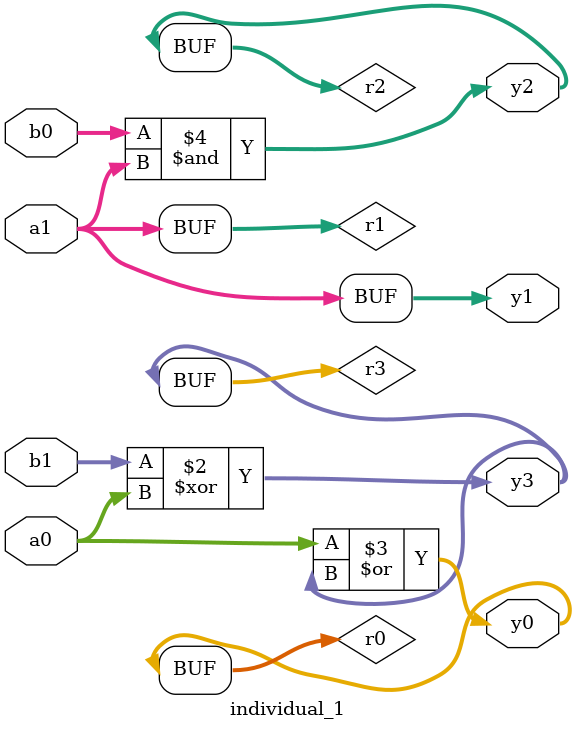
<source format=sv>
module individual_1(input logic [15:0] a1, input logic [15:0] a0, input logic [15:0] b1, input logic [15:0] b0, output logic [15:0] y3, output logic [15:0] y2, output logic [15:0] y1, output logic [15:0] y0);
logic [15:0] r0, r1, r2, r3; 
 always@(*) begin 
	 r0 = a0; r1 = a1; r2 = b0; r3 = b1; 
 	 r3  ^=  r0 ;
 	 r0  |=  r3 ;
 	 r2  &=  a1 ;
 	 y3 = r3; y2 = r2; y1 = r1; y0 = r0; 
end
endmodule
</source>
